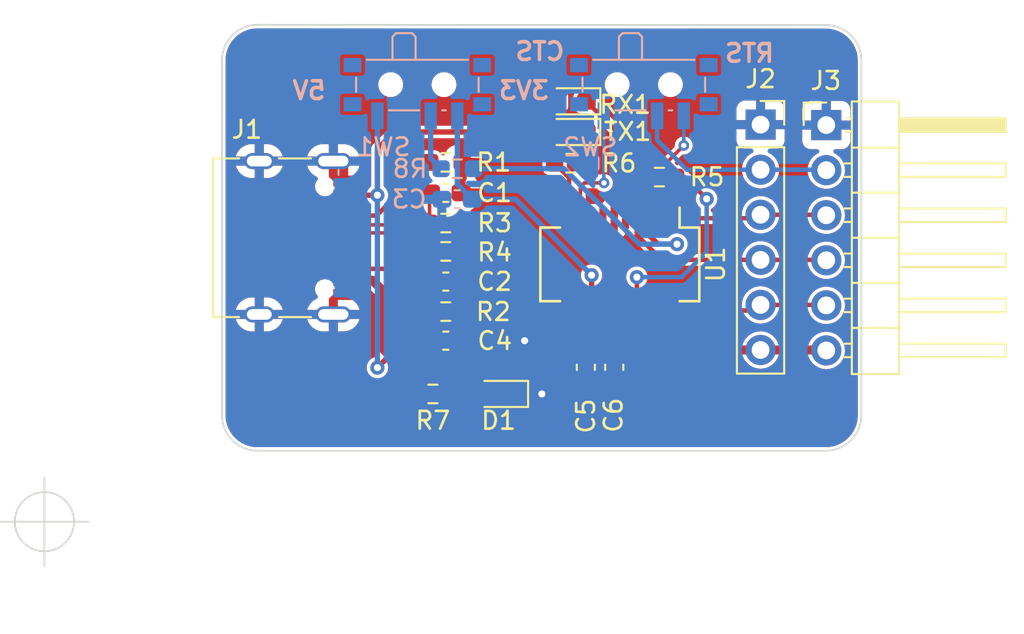
<source format=kicad_pcb>
(kicad_pcb (version 20211014) (generator pcbnew)
  (layers (0 "F.Cu" signal) (31 "B.Cu" signal) (34 "B.Paste" user) (35 "F.Paste" user) (36 "B.SilkS" user "B.Silkscreen") (37 "F.SilkS" user "F.Silkscreen") (38 "B.Mask" user) (39 "F.Mask" user) (44 "Edge.Cuts" user))
  (net 0 "")
  (net 1 "D-")
  (net 2 "GND")
  (net 3 "D+")
  (net 4 "+3V3")
  (net 5 "+5V")
  (net 6 "Net-(D1-Pad2)")
  (net 7 "Net-(J1-PadA5)")
  (net 9 "Net-(J1-PadB5)")
  (net 11 "/PINSEL")
  (net 12 "/~{DTR}")
  (net 13 "/TX")
  (net 14 "/RX")
  (net 15 "Net-(R5-Pad1)")
  (net 16 "Net-(R5-Pad2)")
  (net 17 "Net-(R6-Pad1)")
  (net 18 "Net-(R6-Pad2)")
  (net 19 "IOLEVEL")
  (net 20 "/~{RTS}")
  (net 21 "/~{CTS}")
  (net 27 "/USBD-")
  (net 28 "/USBD+")
  (net 29 "Net-(R8-Pad1)")
  (footprint "Resistor_SMD:R_0603_1608Metric_Pad0.98x0.95mm_HandSolder" (layer "F.Cu") (at 132.6125 109.75)
    (fp_text reference "R1" (at 2.6875 0) (layer "F.SilkS"))
    (fp_text value "5.1k")
    (fp_line (start -0.254724 0.5225) (end 0.254724 0.5225) (layer "F.SilkS") (width 0.12))
    (fp_line (start -0.254724 -0.5225) (end 0.254724 -0.5225) (layer "F.SilkS") (width 0.12))
    (pad "1" smd roundrect (at -0.9125 0) (size 0.975 0.95) (layers "F.Cu" "F.Paste" "F.Mask") (net 7 "Net-(J1-PadA5)"))
    (pad "2" smd roundrect (at 0.9125 0) (size 0.975 0.95) (layers "F.Cu" "F.Paste" "F.Mask") (net 2 "GND"))
  )
  (footprint "Capacitor_SMD:C_0603_1608Metric_Pad1.08x0.95mm_HandSolder" (layer "F.Cu") (at 140.4875 121.3 -90)
    (fp_text reference "C5" (at 2.75 0 90) (layer "F.SilkS"))
    (fp_text value "100nF")
    (fp_line (start -0.146267 -0.51) (end 0.146267 -0.51) (layer "F.SilkS") (width 0.12))
    (fp_line (start -0.146267 0.51) (end 0.146267 0.51) (layer "F.SilkS") (width 0.12))
    (pad "1" smd roundrect (at -0.8625 0 270) (size 1.075 0.95) (layers "F.Cu" "F.Paste" "F.Mask") (net 5 "+5V"))
    (pad "2" smd roundrect (at 0.8625 0 270) (size 1.075 0.95) (layers "F.Cu" "F.Paste" "F.Mask") (net 2 "GND"))
  )
  (footprint "Resistor_SMD:R_0603_1608Metric_Pad0.98x0.95mm_HandSolder" (layer "F.Cu") (at 139.64 109.8)
    (fp_text reference "R6" (at 2.71 0) (layer "F.SilkS"))
    (fp_text value "1k")
    (fp_line (start -0.254724 -0.5225) (end 0.254724 -0.5225) (layer "F.SilkS") (width 0.12))
    (fp_line (start -0.254724 0.5225) (end 0.254724 0.5225) (layer "F.SilkS") (width 0.12))
    (pad "1" smd roundrect (at -0.9125 0) (size 0.975 0.95) (layers "F.Cu" "F.Paste" "F.Mask") (net 17 "Net-(R6-Pad1)"))
    (pad "2" smd roundrect (at 0.9125 0) (size 0.975 0.95) (layers "F.Cu" "F.Paste" "F.Mask") (net 18 "Net-(R6-Pad2)"))
  )
  (footprint "Connector_PinHeader_2.54mm:PinHeader_1x06_P2.54mm_Horizontal" (layer "F.Cu") (at 154.025 107.65)
    (fp_text reference "J3" (at -0.025 -2.5) (layer "F.SilkS"))
    (fp_text value "Conn_01x06_Male")
    (fp_line (start 4.1 9.78) (end 10.1 9.78) (layer "F.SilkS") (width 0.12))
    (fp_line (start 4.1 -1.33) (end 1.44 -1.33) (layer "F.SilkS") (width 0.12))
    (fp_line (start 10.1 2.92) (end 4.1 2.92) (layer "F.SilkS") (width 0.12))
    (fp_line (start 1.44 -1.33) (end 1.44 14.03) (layer "F.SilkS") (width 0.12))
    (fp_line (start 1.042929 8) (end 1.44 8) (layer "F.SilkS") (width 0.12))
    (fp_line (start 1.11 -0.38) (end 1.44 -0.38) (layer "F.SilkS") (width 0.12))
    (fp_line (start -1.27 -1.27) (end 0 -1.27) (layer "F.SilkS") (width 0.12))
    (fp_line (start 1.042929 12.32) (end 1.44 12.32) (layer "F.SilkS") (width 0.12))
    (fp_line (start 4.1 0.04) (end 10.1 0.04) (layer "F.SilkS") (width 0.12))
    (fp_line (start 1.042929 2.92) (end 1.44 2.92) (layer "F.SilkS") (width 0.12))
    (fp_line (start -1.27 0) (end -1.27 -1.27) (layer "F.SilkS") (width 0.12))
    (fp_line (start 4.1 12.32) (end 10.1 12.32) (layer "F.SilkS") (width 0.12))
    (fp_line (start 10.1 9.78) (end 10.1 10.54) (layer "F.SilkS") (width 0.12))
    (fp_line (start 1.042929 7.24) (end 1.44 7.24) (layer "F.SilkS") (width 0.12))
    (fp_line (start 1.44 8.89) (end 4.1 8.89) (layer "F.SilkS") (width 0.12))
    (fp_line (start 4.1 -0.32) (end 10.1 -0.32) (layer "F.SilkS") (width 0.12))
    (fp_line (start 1.11 0.38) (end 1.44 0.38) (layer "F.SilkS") (width 0.12))
    (fp_line (start 4.1 4.7) (end 10.1 4.7) (layer "F.SilkS") (width 0.12))
    (fp_line (start 4.1 0.28) (end 10.1 0.28) (layer "F.SilkS") (width 0.12))
    (fp_line (start 1.042929 2.16) (end 1.44 2.16) (layer "F.SilkS") (width 0.12))
    (fp_line (start 10.1 5.46) (end 4.1 5.46) (layer "F.SilkS") (width 0.12))
    (fp_line (start 1.44 3.81) (end 4.1 3.81) (layer "F.SilkS") (width 0.12))
    (fp_line (start 10.1 7.24) (end 10.1 8) (layer "F.SilkS") (width 0.12))
    (fp_line (start 1.042929 10.54) (end 1.44 10.54) (layer "F.SilkS") (width 0.12))
    (fp_line (start 1.44 6.35) (end 4.1 6.35) (layer "F.SilkS") (width 0.12))
    (fp_line (start 4.1 -0.2) (end 10.1 -0.2) (layer "F.SilkS") (width 0.12))
    (fp_line (start 10.1 4.7) (end 10.1 5.46) (layer "F.SilkS") (width 0.12))
    (fp_line (start 10.1 13.08) (end 4.1 13.08) (layer "F.SilkS") (width 0.12))
    (fp_line (start 4.1 -0.08) (end 10.1 -0.08) (layer "F.SilkS") (width 0.12))
    (fp_line (start 4.1 0.16) (end 10.1 0.16) (layer "F.SilkS") (width 0.12))
    (fp_line (start 1.042929 4.7) (end 1.44 4.7) (layer "F.SilkS") (width 0.12))
    (fp_line (start 4.1 -0.38) (end 10.1 -0.38) (layer "F.SilkS") (width 0.12))
    (fp_line (start 1.042929 5.46) (end 1.44 5.46) (layer "F.SilkS") (width 0.12))
    (fp_line (start 1.042929 9.78) (end 1.44 9.78) (layer "F.SilkS") (width 0.12))
    (fp_line (start 4.1 7.24) (end 10.1 7.24) (layer "F.SilkS") (width 0.12))
    (fp_line (start 10.1 0.38) (end 4.1 0.38) (layer "F.SilkS") (width 0.12))
    (fp_line (start 10.1 10.54) (end 4.1 10.54) (layer "F.SilkS") (width 0.12))
    (fp_line (start 1.44 1.27) (end 4.1 1.27) (layer "F.SilkS") (width 0.12))
    (fp_line (start 10.1 2.16) (end 10.1 2.92) (layer "F.SilkS") (width 0.12))
    (fp_line (start 10.1 -0.38) (end 10.1 0.38) (layer "F.SilkS") (width 0.12))
    (fp_line (start 4.1 2.16) (end 10.1 2.16) (layer "F.SilkS") (width 0.12))
    (fp_line (start 10.1 12.32) (end 10.1 13.08) (layer "F.SilkS") (width 0.12))
    (fp_line (start 1.44 14.03) (end 4.1 14.03) (layer "F.SilkS") (width 0.12))
    (fp_line (start 1.042929 13.08) (end 1.44 13.08) (layer "F.SilkS") (width 0.12))
    (fp_line (start 10.1 8) (end 4.1 8) (layer "F.SilkS") (width 0.12))
    (fp_line (start 1.44 11.43) (end 4.1 11.43) (layer "F.SilkS") (width 0.12))
    (fp_line (start 4.1 14.03) (end 4.1 -1.33) (layer "F.SilkS") (width 0.12))
    (pad "1" thru_hole rect (at 0 0) (size 1.7 1.7) (drill 1) (layers *.Cu *.Mask) (net 2 "GND"))
    (pad "2" thru_hole oval (at 0 2.54) (size 1.7 1.7) (drill 1) (layers *.Cu *.Mask) (net 11 "/PINSEL"))
    (pad "3" thru_hole oval (at 0 5.08) (size 1.7 1.7) (drill 1) (layers *.Cu *.Mask) (net 12 "/~{DTR}"))
    (pad "4" thru_hole oval (at 0 7.62) (size 1.7 1.7) (drill 1) (layers *.Cu *.Mask) (net 14 "/RX"))
    (pad "5" thru_hole oval (at 0 10.16) (size 1.7 1.7) (drill 1) (layers *.Cu *.Mask) (net 13 "/TX"))
    (pad "6" thru_hole oval (at 0 12.7) (size 1.7 1.7) (drill 1) (layers *.Cu *.Mask) (net 5 "+5V"))
  )
  (footprint "LED_SMD:LED_0603_1608Metric_Pad1.05x0.95mm_HandSolder" (layer "F.Cu") (at 135.575 122.8 180)
    (fp_text reference "D1" (at 0 -1.5) (layer "F.SilkS"))
    (fp_text value "GREEN")
    (fp_line (start -1.66 0.735) (end 0.8 0.735) (layer "F.SilkS") (width 0.12))
    (fp_line (start 0.8 -0.735) (end -1.66 -0.735) (layer "F.SilkS") (width 0.12))
    (fp_line (start -1.66 -0.735) (end -1.66 0.735) (layer "F.SilkS") (width 0.12))
    (pad "1" smd roundrect (at -0.875 0 180) (size 1.05 0.95) (layers "F.Cu" "F.Paste" "F.Mask") (net 2 "GND"))
    (pad "2" smd roundrect (at 0.875 0 180) (size 1.05 0.95) (layers "F.Cu" "F.Paste" "F.Mask") (net 6 "Net-(D1-Pad2)"))
  )
  (footprint "Connector_PinSocket_2.54mm:PinSocket_1x06_P2.54mm_Vertical" (layer "F.Cu") (at 150.325 107.625)
    (fp_text reference "J2" (at 0 -2.575) (layer "F.SilkS"))
    (fp_text value "Conn_01x06_Female")
    (fp_line (start -1.33 14.03) (end 1.33 14.03) (layer "F.SilkS") (width 0.12))
    (fp_line (start -1.33 1.27) (end -1.33 14.03) (layer "F.SilkS") (width 0.12))
    (fp_line (start 1.33 -1.33) (end 1.33 0) (layer "F.SilkS") (width 0.12))
    (fp_line (start 1.33 1.27) (end 1.33 14.03) (layer "F.SilkS") (width 0.12))
    (fp_line (start -1.33 1.27) (end 1.33 1.27) (layer "F.SilkS") (width 0.12))
    (fp_line (start 0 -1.33) (end 1.33 -1.33) (layer "F.SilkS") (width 0.12))
    (pad "1" thru_hole rect (at 0 0) (size 1.7 1.7) (drill 1) (layers *.Cu *.Mask) (net 2 "GND"))
    (pad "2" thru_hole oval (at 0 2.54) (size 1.7 1.7) (drill 1) (layers *.Cu *.Mask) (net 11 "/PINSEL"))
    (pad "3" thru_hole oval (at 0 5.08) (size 1.7 1.7) (drill 1) (layers *.Cu *.Mask) (net 12 "/~{DTR}"))
    (pad "4" thru_hole oval (at 0 7.62) (size 1.7 1.7) (drill 1) (layers *.Cu *.Mask) (net 14 "/RX"))
    (pad "5" thru_hole oval (at 0 10.16) (size 1.7 1.7) (drill 1) (layers *.Cu *.Mask) (net 13 "/TX"))
    (pad "6" thru_hole oval (at 0 12.7) (size 1.7 1.7) (drill 1) (layers *.Cu *.Mask) (net 5 "+5V"))
  )
  (footprint "Capacitor_SMD:C_0603_1608Metric_Pad1.08x0.95mm_HandSolder" (layer "F.Cu") (at 132.6 111.47)
    (fp_text reference "C1" (at 2.75 0) (layer "F.SilkS"))
    (fp_text value "47pF")
    (fp_line (start -0.146267 0.51) (end 0.146267 0.51) (layer "F.SilkS") (width 0.12))
    (fp_line (start -0.146267 -0.51) (end 0.146267 -0.51) (layer "F.SilkS") (width 0.12))
    (pad "1" smd roundrect (at -0.8625 0) (size 1.075 0.95) (layers "F.Cu" "F.Paste" "F.Mask") (net 1 "D-"))
    (pad "2" smd roundrect (at 0.8625 0) (size 1.075 0.95) (layers "F.Cu" "F.Paste" "F.Mask") (net 2 "GND"))
  )
  (footprint "LED_SMD:LED_0603_1608Metric_Pad1.05x0.95mm_HandSolder" (layer "F.Cu") (at 139.64 108.04 180)
    (fp_text reference "TX1" (at -3.2 0.02) (layer "F.SilkS"))
    (fp_text value "RED")
    (fp_line (start -1.66 -0.735) (end -1.66 0.735) (layer "F.SilkS") (width 0.12))
    (fp_line (start -1.66 0.735) (end 0.8 0.735) (layer "F.SilkS") (width 0.12))
    (fp_line (start 0.8 -0.735) (end -1.66 -0.735) (layer "F.SilkS") (width 0.12))
    (pad "1" smd roundrect (at -0.875 0 180) (size 1.05 0.95) (layers "F.Cu" "F.Paste" "F.Mask") (net 18 "Net-(R6-Pad2)"))
    (pad "2" smd roundrect (at 0.875 0 180) (size 1.05 0.95) (layers "F.Cu" "F.Paste" "F.Mask") (net 5 "+5V"))
  )
  (footprint "Resistor_SMD:R_0603_1608Metric_Pad0.98x0.95mm_HandSolder" (layer "F.Cu") (at 131.875 122.8)
    (fp_text reference "R7" (at 0 1.5) (layer "F.SilkS"))
    (fp_text value "1k")
    (fp_line (start -0.254724 -0.5225) (end 0.254724 -0.5225) (layer "F.SilkS") (width 0.12))
    (fp_line (start -0.254724 0.5225) (end 0.254724 0.5225) (layer "F.SilkS") (width 0.12))
    (pad "1" smd roundrect (at -0.9125 0) (size 0.975 0.95) (layers "F.Cu" "F.Paste" "F.Mask") (net 5 "+5V"))
    (pad "2" smd roundrect (at 0.9125 0) (size 0.975 0.95) (layers "F.Cu" "F.Paste" "F.Mask") (net 6 "Net-(D1-Pad2)"))
  )
  (footprint "Resistor_SMD:R_0603_1608Metric_Pad0.98x0.95mm_HandSolder" (layer "F.Cu") (at 144.63 110.58 180)
    (fp_text reference "R5" (at -2.68 0) (layer "F.SilkS"))
    (fp_text value "1k")
    (fp_line (start -0.254724 0.5225) (end 0.254724 0.5225) (layer "F.SilkS") (width 0.12))
    (fp_line (start -0.254724 -0.5225) (end 0.254724 -0.5225) (layer "F.SilkS") (width 0.12))
    (pad "1" smd roundrect (at -0.9125 0 180) (size 0.975 0.95) (layers "F.Cu" "F.Paste" "F.Mask") (net 15 "Net-(R5-Pad1)"))
    (pad "2" smd roundrect (at 0.9125 0 180) (size 0.975 0.95) (layers "F.Cu" "F.Paste" "F.Mask") (net 16 "Net-(R5-Pad2)"))
  )
  (footprint "Package_SO:SSOP-20_3.9x8.7mm_P0.635mm" (layer "F.Cu") (at 142.4 115.5 -90)
    (fp_text reference "U1" (at 0 -5.4 -270) (layer "F.SilkS"))
    (fp_text value "FT231XS")
    (fp_line (start -2.075 4.475) (end 2.075 4.475) (layer "F.SilkS") (width 0.15))
    (fp_line (start -2.075 -4.475) (end 2.075 -4.475) (layer "F.SilkS") (width 0.15))
    (fp_line (start -2.075 -3.365) (end -2.075 -4.475) (layer "F.SilkS") (width 0.15))
    (fp_line (start -2.075 -3.365) (end -3.2 -3.365) (layer "F.SilkS") (width 0.15))
    (fp_line (start 2.075 4.475) (end 2.075 3.365) (layer "F.SilkS") (width 0.15))
    (fp_line (start 2.075 -4.475) (end 2.075 -3.365) (layer "F.SilkS") (width 0.15))
    (fp_line (start -2.075 4.475) (end -2.075 3.365) (layer "F.SilkS") (width 0.15))
    (pad "1" smd rect (at -2.6 -2.8575 270) (size 1.2 0.4) (layers "F.Cu" "F.Paste" "F.Mask") (net 12 "/~{DTR}"))
    (pad "2" smd rect (at -2.6 -2.2225 270) (size 1.2 0.4) (layers "F.Cu" "F.Paste" "F.Mask") (net 20 "/~{RTS}"))
    (pad "3" smd rect (at -2.6 -1.5875 270) (size 1.2 0.4) (layers "F.Cu" "F.Paste" "F.Mask") (net 19 "IOLEVEL"))
    (pad "4" smd rect (at -2.6 -0.9525 270) (size 1.2 0.4) (layers "F.Cu" "F.Paste" "F.Mask") (net 14 "/RX"))
    (pad "5" smd rect (at -2.6 -0.3175 270) (size 1.2 0.4) (layers "F.Cu" "F.Paste" "F.Mask"))
    (pad "6" smd rect (at -2.6 0.3175 270) (size 1.2 0.4) (layers "F.Cu" "F.Paste" "F.Mask") (net 2 "GND"))
    (pad "7" smd rect (at -2.6 0.9525 270) (size 1.2 0.4) (layers "F.Cu" "F.Paste" "F.Mask"))
    (pad "8" smd rect (at -2.6 1.5875 270) (size 1.2 0.4) (layers "F.Cu" "F.Paste" "F.Mask"))
    (pad "9" smd rect (at -2.6 2.2225 270) (size 1.2 0.4) (layers "F.Cu" "F.Paste" "F.Mask") (net 21 "/~{CTS}"))
    (pad "10" smd rect (at -2.6 2.8575 270) (size 1.2 0.4) (layers "F.Cu" "F.Paste" "F.Mask") (net 17 "Net-(R6-Pad1)"))
    (pad "11" smd rect (at 2.6 2.8575 270) (size 1.2 0.4) (layers "F.Cu" "F.Paste" "F.Mask") (net 28 "/USBD+"))
    (pad "12" smd rect (at 2.6 2.2225 270) (size 1.2 0.4) (layers "F.Cu" "F.Paste" "F.Mask") (net 27 "/USBD-"))
    (pad "13" smd rect (at 2.6 1.5875 270) (size 1.2 0.4) (layers "F.Cu" "F.Paste" "F.Mask") (net 4 "+3V3"))
    (pad "14" smd rect (at 2.6 0.9525 270) (size 1.2 0.4) (layers "F.Cu" "F.Paste" "F.Mask") (net 4 "+3V3"))
    (pad "15" smd rect (at 2.6 0.3175 270) (size 1.2 0.4) (layers "F.Cu" "F.Paste" "F.Mask") (net 5 "+5V"))
    (pad "16" smd rect (at 2.6 -0.3175 270) (size 1.2 0.4) (layers "F.Cu" "F.Paste" "F.Mask") (net 2 "GND"))
    (pad "17" smd rect (at 2.6 -0.9525 270) (size 1.2 0.4) (layers "F.Cu" "F.Paste" "F.Mask") (net 15 "Net-(R5-Pad1)"))
    (pad "18" smd rect (at 2.6 -1.5875 270) (size 1.2 0.4) (layers "F.Cu" "F.Paste" "F.Mask"))
    (pad "19" smd rect (at 2.6 -2.2225 270) (size 1.2 0.4) (layers "F.Cu" "F.Paste" "F.Mask"))
    (pad "20" smd rect (at 2.6 -2.8575 270) (size 1.2 0.4) (layers "F.Cu" "F.Paste" "F.Mask") (net 13 "/TX"))
  )
  (footprint "Connector_USB:USB_C_Receptacle_Palconn_UTC16-G" (layer "F.Cu") (at 124.34 114 -90)
    (fp_text reference "J1" (at -6.1 2.94 180) (layer "F.SilkS"))
    (fp_text value "USB_C_Receptacle_USB2.0")
    (fp_line (start -4.47 4.84) (end -4.47 3.38) (layer "F.SilkS") (width 0.12))
    (fp_line (start 4.47 4.84) (end 4.47 3.38) (layer "F.SilkS") (width 0.12))
    (fp_line (start 4.47 4.84) (end -4.47 4.84) (layer "F.SilkS") (width 0.12))
    (fp_line (start 4.47 -0.67) (end 4.47 1.13) (layer "F.SilkS") (width 0.12))
    (fp_line (start -4.47 -0.67) (end -4.47 1.13) (layer "F.SilkS") (width 0.12))
    (pad "" np_thru_hole circle (at 2.89 -1.45 90) (size 0.6 0.6) (drill 0.6) (layers *.Cu *.Mask))
    (pad "" np_thru_hole circle (at -2.89 -1.45 90) (size 0.6 0.6) (drill 0.6) (layers *.Cu *.Mask))
    (pad "A1" smd rect (at -3.2 -2.51 270) (size 0.6 1.16) (layers "F.Cu" "F.Paste" "F.Mask") (net 2 "GND"))
    (pad "A4" smd rect (at -2.4 -2.51 270) (size 0.6 1.16) (layers "F.Cu" "F.Paste" "F.Mask") (net 5 "+5V"))
    (pad "A5" smd rect (at -1.25 -2.51 90) (size 0.3 1.16) (layers "F.Cu" "F.Paste" "F.Mask") (net 7 "Net-(J1-PadA5)"))
    (pad "A6" smd rect (at -0.25 -2.51 90) (size 0.3 1.16) (layers "F.Cu" "F.Paste" "F.Mask") (net 3 "D+"))
    (pad "A7" smd rect (at 0.25 -2.51 90) (size 0.3 1.16) (layers "F.Cu" "F.Paste" "F.Mask") (net 1 "D-"))
    (pad "A8" smd rect (at 1.25 -2.51 90) (size 0.3 1.16) (layers "F.Cu" "F.Paste" "F.Mask"))
    (pad "A9" smd rect (at 2.4 -2.51 270) (size 0.6 1.16) (layers "F.Cu" "F.Paste" "F.Mask") (net 5 "+5V"))
    (pad "A12" smd rect (at 3.2 -2.51 270) (size 0.6 1.16) (layers "F.Cu" "F.Paste" "F.Mask") (net 2 "GND"))
    (pad "B1" smd rect (at 3.2 -2.51 270) (size 0.6 1.16) (layers "F.Cu" "F.Paste" "F.Mask") (net 2 "GND"))
    (pad "B4" smd rect (at 2.4 -2.51 270) (size 0.6 1.16) (layers "F.Cu" "F.Paste" "F.Mask") (net 5 "+5V"))
    (pad "B5" smd rect (at 1.75 -2.51 90) (size 0.3 1.16) (layers "F.Cu" "F.Paste" "F.Mask") (net 9 "Net-(J1-PadB5)"))
    (pad "B6" smd rect (at 0.75 -2.51 90) (size 0.3 1.16) (layers "F.Cu" "F.Paste" "F.Mask") (net 3 "D+"))
    (pad "B7" smd rect (at -0.75 -2.51 90) (size 0.3 1.16) (layers "F.Cu" "F.Paste" "F.Mask") (net 1 "D-"))
    (pad "B8" smd rect (at -1.75 -2.51 90) (size 0.3 1.16) (layers "F.Cu" "F.Paste" "F.Mask"))
    (pad "B9" smd rect (at -2.4 -2.51 270) (size 0.6 1.16) (layers "F.Cu" "F.Paste" "F.Mask") (net 5 "+5V"))
    (pad "B12" smd rect (at -3.2 -2.51 270) (size 0.6 1.16) (layers "F.Cu" "F.Paste" "F.Mask") (net 2 "GND"))
    (pad "S1" thru_hole oval (at 4.32 2.24) (size 1.7 0.9) (drill oval 1.4 0.6) (layers *.Cu *.Mask) (net 2 "GND"))
    (pad "S1" thru_hole oval (at -4.32 2.24) (size 1.7 0.9) (drill oval 1.4 0.6) (layers *.Cu *.Mask) (net 2 "GND"))
    (pad "S1" thru_hole oval (at -4.32 -1.93) (size 2 0.9) (drill oval 1.7 0.6) (layers *.Cu *.Mask) (net 2 "GND"))
    (pad "S1" thru_hole oval (at 4.32 -1.93) (size 2 0.9) (drill oval 1.7 0.6) (layers *.Cu *.Mask) (net 2 "GND"))
  )
  (footprint "Capacitor_SMD:C_0603_1608Metric_Pad1.08x0.95mm_HandSolder" (layer "F.Cu") (at 132.6 119.8)
    (fp_text reference "C4" (at 2.76 0.01) (layer "F.SilkS"))
    (fp_text value "10nF")
    (fp_line (start -0.146267 0.51) (end 0.146267 0.51) (layer "F.SilkS") (width 0.12))
    (fp_line (start -0.146267 -0.51) (end 0.146267 -0.51) (layer "F.SilkS") (width 0.12))
    (pad "1" smd roundrect (at -0.8625 0) (size 1.075 0.95) (layers "F.Cu" "F.Paste" "F.Mask") (net 5 "+5V"))
    (pad "2" smd roundrect (at 0.8625 0) (size 1.075 0.95) (layers "F.Cu" "F.Paste" "F.Mask") (net 2 "GND"))
  )
  (footprint "Resistor_SMD:R_0603_1608Metric_Pad0.98x0.95mm_HandSolder" (layer "F.Cu") (at 132.6 118.16)
    (fp_text reference "R2" (at 2.6775 0.01) (layer "F.SilkS"))
    (fp_text value "5.1k")
    (fp_line (start -0.254724 0.5225) (end 0.254724 0.5225) (layer "F.SilkS") (width 0.12))
    (fp_line (start -0.254724 -0.5225) (end 0.254724 -0.5225) (layer "F.SilkS") (width 0.12))
    (pad "1" smd roundrect (at -0.9125 0) (size 0.975 0.95) (layers "F.Cu" "F.Paste" "F.Mask") (net 9 "Net-(J1-PadB5)"))
    (pad "2" smd roundrect (at 0.9125 0) (size 0.975 0.95) (layers "F.Cu" "F.Paste" "F.Mask") (net 2 "GND"))
  )
  (footprint "Capacitor_SMD:C_0603_1608Metric_Pad1.08x0.95mm_HandSolder" (layer "F.Cu") (at 142.0875 121.3 -90)
    (fp_text reference "C6" (at 2.7 0.05 90) (layer "F.SilkS"))
    (fp_text value "4.7uF")
    (fp_line (start -0.146267 0.51) (end 0.146267 0.51) (layer "F.SilkS") (width 0.12))
    (fp_line (start -0.146267 -0.51) (end 0.146267 -0.51) (layer "F.SilkS") (width 0.12))
    (pad "1" smd roundrect (at -0.8625 0 270) (size 1.075 0.95) (layers "F.Cu" "F.Paste" "F.Mask") (net 5 "+5V"))
    (pad "2" smd roundrect (at 0.8625 0 270) (size 1.075 0.95) (layers "F.Cu" "F.Paste" "F.Mask") (net 2 "GND"))
  )
  (footprint "Capacitor_SMD:C_0603_1608Metric_Pad1.08x0.95mm_HandSolder" (layer "F.Cu") (at 132.6 116.47)
    (fp_text reference "C2" (at 2.75 0) (layer "F.SilkS"))
    (fp_text value "47pF")
    (fp_line (start -0.146267 0.51) (end 0.146267 0.51) (layer "F.SilkS") (width 0.12))
    (fp_line (start -0.146267 -0.51) (end 0.146267 -0.51) (layer "F.SilkS") (width 0.12))
    (pad "1" smd roundrect (at -0.8625 0) (size 1.075 0.95) (layers "F.Cu" "F.Paste" "F.Mask") (net 3 "D+"))
    (pad "2" smd roundrect (at 0.8625 0) (size 1.075 0.95) (layers "F.Cu" "F.Paste" "F.Mask") (net 2 "GND"))
  )
  (footprint "Resistor_SMD:R_0603_1608Metric_Pad0.98x0.95mm_HandSolder" (layer "F.Cu") (at 132.6 114.77)
    (fp_text reference "R4" (at 2.75 0.05) (layer "F.SilkS"))
    (fp_text value "27")
    (fp_line (start -0.254724 0.5225) (end 0.254724 0.5225) (layer "F.SilkS") (width 0.12))
    (fp_line (start -0.254724 -0.5225) (end 0.254724 -0.5225) (layer "F.SilkS") (width 0.12))
    (pad "1" smd roundrect (at -0.9125 0) (size 0.975 0.95) (layers "F.Cu" "F.Paste" "F.Mask") (net 3 "D+"))
    (pad "2" smd roundrect (at 0.9125 0) (size 0.975 0.95) (layers "F.Cu" "F.Paste" "F.Mask") (net 28 "/USBD+"))
  )
  (footprint "Resistor_SMD:R_0603_1608Metric_Pad0.98x0.95mm_HandSolder" (layer "F.Cu") (at 132.6 113.17)
    (fp_text reference "R3" (at 2.75 0) (layer "F.SilkS"))
    (fp_text value "27")
    (fp_line (start -0.254724 0.5225) (end 0.254724 0.5225) (layer "F.SilkS") (width 0.12))
    (fp_line (start -0.254724 -0.5225) (end 0.254724 -0.5225) (layer "F.SilkS") (width 0.12))
    (pad "1" smd roundrect (at -0.9125 0) (size 0.975 0.95) (layers "F.Cu" "F.Paste" "F.Mask") (net 1 "D-"))
    (pad "2" smd roundrect (at 0.9125 0) (size 0.975 0.95) (layers "F.Cu" "F.Paste" "F.Mask") (net 27 "/USBD-"))
  )
  (footprint "LED_SMD:LED_0603_1608Metric_Pad1.05x0.95mm_HandSolder" (layer "F.Cu") (at 139.6425 106.31 180)
    (fp_text reference "RX1" (at -3.0575 -0.19) (layer "F.SilkS"))
    (fp_text value "GREEN")
    (fp_line (start -1.66 0.735) (end 0.8 0.735) (layer "F.SilkS") (width 0.12))
    (fp_line (start 0.8 -0.735) (end -1.66 -0.735) (layer "F.SilkS") (width 0.12))
    (fp_line (start -1.66 -0.735) (end -1.66 0.735) (layer "F.SilkS") (width 0.12))
    (pad "1" smd roundrect (at -0.875 0 180) (size 1.05 0.95) (layers "F.Cu" "F.Paste" "F.Mask") (net 16 "Net-(R5-Pad2)"))
    (pad "2" smd roundrect (at 0.875 0 180) (size 1.05 0.95) (layers "F.Cu" "F.Paste" "F.Mask") (net 5 "+5V"))
  )
  (footprint "Button_Switch_SMD:SW_SPDT_PCM12" (layer "B.Cu") (at 143.75 105.7)
    (fp_text reference "SW2" (at -3.01 3.19) (layer "B.SilkS") (effects (justify mirror)))
    (fp_text value "SW_SPDT")
    (fp_line (start -1.4 -1.73) (end -1.4 -3.02) (layer "B.SilkS") (width 0.12))
    (fp_line (start 3.45 -0.72) (end 3.45 0.07) (layer "B.SilkS") (width 0.12))
    (fp_line (start -1.2 -3.23) (end -0.3 -3.23) (layer "B.SilkS") (width 0.12))
    (fp_line (start -1.4 -3.02) (end -1.2 -3.23) (layer "B.SilkS") (width 0.12))
    (fp_line (start -0.1 -3.02) (end -0.1 -1.73) (layer "B.SilkS") (width 0.12))
    (fp_line (start -0.1 -3.02) (end -0.3 -3.23) (layer "B.SilkS") (width 0.12))
    (fp_line (start -2.85 -1.73) (end 2.85 -1.73) (layer "B.SilkS") (width 0.12))
    (fp_line (start -1.6 1.12) (end 0.1 1.12) (layer "B.SilkS") (width 0.12))
    (fp_line (start 1.4 1.12) (end 1.6 1.12) (layer "B.SilkS") (width 0.12))
    (fp_line (start -3.45 0.07) (end -3.45 -0.72) (layer "B.SilkS") (width 0.12))
    (pad "" smd rect (at -3.65 -1.43) (size 1 0.8) (layers "B.Cu" "B.Paste" "B.Mask"))
    (pad "" smd rect (at -3.65 0.78) (size 1 0.8) (layers "B.Cu" "B.Paste" "B.Mask"))
    (pad "" np_thru_hole circle (at 1.5 -0.33) (size 0.9 0.9) (drill 0.9) (layers *.Cu *.Mask))
    (pad "" smd rect (at 3.65 -1.43) (size 1 0.8) (layers "B.Cu" "B.Paste" "B.Mask"))
    (pad "" smd rect (at 3.65 0.78) (size 1 0.8) (layers "B.Cu" "B.Paste" "B.Mask"))
    (pad "" np_thru_hole circle (at -1.5 -0.33) (size 0.9 0.9) (drill 0.9) (layers *.Cu *.Mask))
    (pad "1" smd rect (at -2.25 1.43) (size 0.7 1.5) (layers "B.Cu" "B.Paste" "B.Mask") (net 21 "/~{CTS}"))
    (pad "2" smd rect (at 0.75 1.43) (size 0.7 1.5) (layers "B.Cu" "B.Paste" "B.Mask") (net 11 "/PINSEL"))
    (pad "3" smd rect (at 2.25 1.43) (size 0.7 1.5) (layers "B.Cu" "B.Paste" "B.Mask") (net 20 "/~{RTS}"))
  )
  (footprint "Capacitor_SMD:C_0603_1608Metric_Pad1.08x0.95mm_HandSolder" (layer "B.Cu") (at 133.24 111.83 180)
    (fp_text reference "C3" (at 2.7 0) (layer "B.SilkS") (effects (justify mirror)))
    (fp_text value "100nF")
    (fp_line (start -0.146267 0.51) (end 0.146267 0.51) (layer "B.SilkS") (width 0.12))
    (fp_line (start -0.146267 -0.51) (end 0.146267 -0.51) (layer "B.SilkS") (width 0.12))
    (pad "1" smd roundrect (at -0.8625 0 180) (size 1.075 0.95) (layers "B.Cu" "B.Paste" "B.Mask") (net 4 "+3V3"))
    (pad "2" smd roundrect (at 0.8625 0 180) (size 1.075 0.95) (layers "B.Cu" "B.Paste" "B.Mask") (net 2 "GND"))
  )
  (footprint "Resistor_SMD:R_0603_1608Metric_Pad0.98x0.95mm_HandSolder" (layer "B.Cu") (at 133.25 110.11)
    (fp_text reference "R8" (at -2.66 0) (layer "B.SilkS") (effects (justify mirror)))
    (fp_text value "0")
    (fp_line (start -0.254724 -0.5225) (end 0.254724 -0.5225) (layer "B.SilkS") (width 0.12))
    (fp_line (start -0.254724 0.5225) (end 0.254724 0.5225) (layer "B.SilkS") (width 0.12))
    (pad "1" smd roundrect (at -0.9125 0) (size 0.975 0.95) (layers "B.Cu" "B.Paste" "B.Mask") (net 29 "Net-(R8-Pad1)"))
    (pad "2" smd roundrect (at 0.9125 0) (size 0.975 0.95) (layers "B.Cu" "B.Paste" "B.Mask") (net 19 "IOLEVEL"))
  )
  (footprint "Button_Switch_SMD:SW_SPDT_PCM12" (layer "B.Cu") (at 131 105.7)
    (fp_text reference "SW1" (at -1.91 3.19) (layer "B.SilkS") (effects (justify mirror)))
    (fp_text value "SW_SPDT")
    (fp_line (start -3.45 0.07) (end -3.45 -0.72) (layer "B.SilkS") (width 0.12))
    (fp_line (start -0.1 -3.02) (end -0.1 -1.73) (layer "B.SilkS") (width 0.12))
    (fp_line (start -1.2 -3.23) (end -0.3 -3.23) (layer "B.SilkS") (width 0.12))
    (fp_line (start 3.45 -0.72) (end 3.45 0.07) (layer "B.SilkS") (width 0.12))
    (fp_line (start -0.1 -3.02) (end -0.3 -3.23) (layer "B.SilkS") (width 0.12))
    (fp_line (start -1.6 1.12) (end 0.1 1.12) (layer "B.SilkS") (width 0.12))
    (fp_line (start 1.4 1.12) (end 1.6 1.12) (layer "B.SilkS") (width 0.12))
    (fp_line (start -1.4 -3.02) (end -1.2 -3.23) (layer "B.SilkS") (width 0.12))
    (fp_line (start -2.85 -1.73) (end 2.85 -1.73) (layer "B.SilkS") (width 0.12))
    (fp_line (start -1.4 -1.73) (end -1.4 -3.02) (layer "B.SilkS") (width 0.12))
    (pad "" smd rect (at -3.65 0.78) (size 1 0.8) (layers "B.Cu" "B.Paste" "B.Mask"))
    (pad "" smd rect (at 3.65 -1.43) (size 1 0.8) (layers "B.Cu" "B.Paste" "B.Mask"))
    (pad "" np_thru_hole circle (at 1.5 -0.33) (size 0.9 0.9) (drill 0.9) (layers *.Cu *.Mask))
    (pad "" np_thru_hole circle (at -1.5 -0.33) (size 0.9 0.9) (drill 0.9) (layers *.Cu *.Mask))
    (pad "" smd rect (at -3.65 -1.43) (size 1 0.8) (layers "B.Cu" "B.Paste" "B.Mask"))
    (pad "" smd rect (at 3.65 0.78) (size 1 0.8) (layers "B.Cu" "B.Paste" "B.Mask"))
    (pad "1" smd rect (at -2.25 1.43) (size 0.7 1.5) (layers "B.Cu" "B.Paste" "B.Mask") (net 5 "+5V"))
    (pad "2" smd rect (at 0.75 1.43) (size 0.7 1.5) (layers "B.Cu" "B.Paste" "B.Mask") (net 29 "Net-(R8-Pad1)"))
    (pad "3" smd rect (at 2.25 1.43) (size 0.7 1.5) (layers "B.Cu" "B.Paste" "B.Mask") (net 4 "+3V3"))
  )
  (gr_arc (start 154 102.014214) (mid 155.414214 102.6) (end 156 104.014214) (layer "Edge.Cuts") (width 0.1))
  (gr_line (start 156 124) (end 156 104.014214) (layer "Edge.Cuts") (width 0.1))
  (gr_line (start 120 104) (end 120 124) (layer "Edge.Cuts") (width 0.1))
  (gr_arc (start 122 126) (mid 120.585786 125.414214) (end 120 124) (layer "Edge.Cuts") (width 0.1))
  (gr_arc (start 156 124) (mid 155.414214 125.414214) (end 154 126) (layer "Edge.Cuts") (width 0.1))
  (gr_line (start 122 126) (end 154 126) (layer "Edge.Cuts") (width 0.1))
  (gr_line (start 154 102.014214) (end 122 102) (layer "Edge.Cuts") (width 0.1))
  (gr_arc (start 120 104) (mid 120.585786 102.585786) (end 122 102) (layer "Edge.Cuts") (width 0.1))
  (gr_text "3V3" (at 137 105.7) (layer "B.SilkS") (effects (font (size 1 1) (thickness 0.2)) (justify mirror)))
  (gr_text "5V" (at 124.9 105.7) (layer "B.SilkS") (effects (font (size 1 1) (thickness 0.2)) (justify mirror)))
  (gr_text "RTS" (at 149.7 103.6) (layer "B.SilkS") (effects (font (size 1 1) (thickness 0.2)) (justify mirror)))
  (gr_text "CTS" (at 137.9 103.5) (layer "B.SilkS") (effects (font (size 1 1) (thickness 0.2)) (justify mirror)))
  (target plus (at 110 130) (size 5) (width 0.1) (layer "Edge.Cuts"))
  (segment (start 127.745001 113.275) (end 127.720001 113.25) (width 0.2) (layer "F.Cu") (net 1))
  (segment (start 131.6875 111.52) (end 131.7375 111.47) (width 0.2) (layer "F.Cu") (net 1))
  (segment (start 130.513199 113.744999) (end 130.0432 113.275) (width 0.2) (layer "F.Cu") (net 1))
  (segment (start 131.6875 113.17) (end 131.6875 111.52) (width 0.2) (layer "F.Cu") (net 1))
  (segment (start 131.6875 113.17) (end 131.112501 113.744999) (width 0.2) (layer "F.Cu") (net 1))
  (segment (start 130.0432 113.275) (end 127.745001 113.275) (width 0.2) (layer "F.Cu") (net 1))
  (segment (start 131.112501 113.744999) (end 130.513199 113.744999) (width 0.2) (layer "F.Cu") (net 1))
  (segment (start 127.720001 113.25) (end 126.85 113.25) (width 0.2) (layer "F.Cu") (net 1))
  (segment (start 133.4625 119.8) (end 137.04 119.8) (width 0.508) (layer "F.Cu") (net 2))
  (segment (start 136.45 122.8) (end 138.01 122.8) (width 0.508) (layer "F.Cu") (net 2))
  (segment (start 154 107.625) (end 154.025 107.65) (width 0.508) (layer "F.Cu") (net 2))
  (via (at 138.01 122.8) (size 0.8) (drill 0.4) (layers "F.Cu" "B.Cu") (net 2))
  (via (at 137.04 119.8) (size 0.8) (drill 0.4) (layers "F.Cu" "B.Cu") (net 2))
  (segment (start 131.6875 114.77) (end 131.6875 116.42) (width 0.2) (layer "F.Cu") (net 3))
  (segment (start 131.6875 114.77) (end 131.112501 114.195001) (width 0.2) (layer "F.Cu") (net 3))
  (segment (start 127.745001 113.725) (end 127.720001 113.75) (width 0.2) (layer "F.Cu") (net 3))
  (segment (start 127.720001 113.75) (end 126.85 113.75) (width 0.2) (layer "F.Cu") (net 3))
  (segment (start 131.112501 114.195001) (end 130.326801 114.195001) (width 0.2) (layer "F.Cu") (net 3))
  (segment (start 130.326801 114.195001) (end 129.8568 113.725) (width 0.2) (layer "F.Cu") (net 3))
  (segment (start 131.6875 116.42) (end 131.7375 116.47) (width 0.2) (layer "F.Cu") (net 3))
  (segment (start 129.8568 113.725) (end 127.745001 113.725) (width 0.2) (layer "F.Cu") (net 3))
  (segment (start 140.8125 116.1125) (end 140.81 116.11) (width 0.3) (layer "F.Cu") (net 4))
  (segment (start 140.8125 118.1) (end 140.8125 116.1125) (width 0.3) (layer "F.Cu") (net 4))
  (segment (start 141.4475 118.1) (end 140.8125 118.1) (width 0.3) (layer "F.Cu") (net 4))
  (via (at 140.81 116.11) (size 0.8) (drill 0.4) (layers "F.Cu" "B.Cu") (net 4))
  (segment (start 133.25 110.9775) (end 134.1025 111.83) (width 0.3) (layer "B.Cu") (net 4))
  (segment (start 136.53 111.83) (end 140.81 116.11) (width 0.3) (layer "B.Cu") (net 4))
  (segment (start 133.25 107.13) (end 133.25 110.9775) (width 0.3) (layer "B.Cu") (net 4))
  (segment (start 134.1025 111.83) (end 136.53 111.83) (width 0.3) (layer "B.Cu") (net 4))
  (segment (start 130.9625 121.3625) (end 130.9 121.3) (width 0.3) (layer "F.Cu") (net 5))
  (segment (start 128.75 109) (end 129.71 108.04) (width 0.3) (layer "F.Cu") (net 5))
  (segment (start 140.4875 120.4375) (end 142.0875 120.4375) (width 0.508) (layer "F.Cu") (net 5))
  (segment (start 154 120.325) (end 154.025 120.35) (width 0.508) (layer "F.Cu") (net 5))
  (segment (start 129.71 108.04) (end 138.765 108.04) (width 0.3) (layer "F.Cu") (net 5))
  (segment (start 138.765 106.3125) (end 138.7675 106.31) (width 0.3) (layer "F.Cu") (net 5))
  (segment (start 130.1 121.3) (end 130.9 121.3) (width 0.508) (layer "F.Cu") (net 5))
  (segment (start 128.75 121.32) (end 129.395 120.675) (width 0.3) (layer "F.Cu") (net 5))
  (segment (start 142.0825 118.1) (end 142.0825 120.4325) (width 0.3) (layer "F.Cu") (net 5))
  (segment (start 142.0875 120.4375) (end 142.2 120.325) (width 0.508) (layer "F.Cu") (net 5))
  (segment (start 128.47 116.4) (end 129.14 117.07) (width 0.508) (layer "F.Cu") (net 5))
  (segment (start 130.9 121.3) (end 139.625 121.3) (width 0.508) (layer "F.Cu") (net 5))
  (segment (start 129.395 120.595) (end 130.1 121.3) (width 0.508) (layer "F.Cu") (net 5))
  (segment (start 142.2 120.325) (end 150.325 120.325) (width 0.508) (layer "F.Cu") (net 5))
  (segment (start 131.7375 119.8) (end 131.7375 121.2625) (width 0.3) (layer "F.Cu") (net 5))
  (segment (start 150.325 120.325) (end 154 120.325) (width 0.508) (layer "F.Cu") (net 5))
  (segment (start 129.14 120.34) (end 129.395 120.595) (width 0.508) (layer "F.Cu") (net 5))
  (segment (start 128.75 111.6) (end 128.75 109) (width 0.3) (layer "F.Cu") (net 5))
  (segment (start 129.395 120.675) (end 129.395 120.595) (width 0.3) (layer "F.Cu") (net 5))
  (segment (start 139.625 121.3) (end 140.4875 120.4375) (width 0.508) (layer "F.Cu") (net 5))
  (segment (start 129.14 117.07) (end 129.14 120.34) (width 0.508) (layer "F.Cu") (net 5))
  (segment (start 138.765 108.04) (end 138.765 106.3125) (width 0.3) (layer "F.Cu") (net 5))
  (segment (start 126.85 111.6) (end 128.75 111.6) (width 0.3) (layer "F.Cu") (net 5))
  (segment (start 130.9625 122.8) (end 130.9625 121.3625) (width 0.3) (layer "F.Cu") (net 5))
  (segment (start 126.85 116.4) (end 128.47 116.4) (width 0.508) (layer "F.Cu") (net 5))
  (via (at 128.75 121.32) (size 0.8) (drill 0.4) (layers "F.Cu" "B.Cu") (net 5))
  (via (at 128.75 111.6) (size 0.8) (drill 0.4) (layers "F.Cu" "B.Cu") (net 5))
  (segment (start 128.75 111.6) (end 128.75 107.13) (width 0.3) (layer "B.Cu") (net 5))
  (segment (start 128.75 111.6) (end 128.75 121.32) (width 0.3) (layer "B.Cu") (net 5))
  (segment (start 132.7875 122.8) (end 134.7 122.8) (width 0.3) (layer "F.Cu") (net 6))
  (segment (start 131.7 109.75) (end 128.7 112.75) (width 0.254) (layer "F.Cu") (net 7))
  (segment (start 128.7 112.75) (end 126.85 112.75) (width 0.254) (layer "F.Cu") (net 7))
  (segment (start 129.2775 115.75) (end 126.85 115.75) (width 0.254) (layer "F.Cu") (net 9))
  (segment (start 131.6875 118.16) (end 129.2775 115.75) (width 0.254) (layer "F.Cu") (net 9))
  (segment (start 150.325 110.165) (end 154 110.165) (width 0.254) (layer "B.Cu") (net 11))
  (segment (start 154 110.165) (end 154.025 110.19) (width 0.254) (layer "B.Cu") (net 11))
  (segment (start 146.175 110.165) (end 150.325 110.165) (width 0.254) (layer "B.Cu") (net 11))
  (segment (start 144.5 108.49) (end 146.175 110.165) (width 0.254) (layer "B.Cu") (net 11))
  (segment (start 144.5 107.13) (end 144.5 108.49) (width 0.254) (layer "B.Cu") (net 11))
  (segment (start 154 112.705) (end 154.025 112.73) (width 0.254) (layer "F.Cu") (net 12))
  (segment (start 150.13 112.9) (end 150.325 112.705) (width 0.25) (layer "F.Cu") (net 12))
  (segment (start 145.2575 112.9) (end 150.13 112.9) (width 0.25) (layer "F.Cu") (net 12))
  (segment (start 150.325 112.705) (end 154 112.705) (width 0.254) (layer "F.Cu") (net 12))
  (segment (start 150.01 118.1) (end 150.325 117.785) (width 0.254) (layer "F.Cu") (net 13))
  (segment (start 154 117.785) (end 154.025 117.81) (width 0.254) (layer "F.Cu") (net 13))
  (segment (start 145.2575 118.1) (end 150.01 118.1) (width 0.254) (layer "F.Cu") (net 13))
  (segment (start 150.325 117.785) (end 154 117.785) (width 0.254) (layer "F.Cu") (net 13))
  (segment (start 143.3525 112.9) (end 143.3525 113.83958) (width 0.254) (layer "F.Cu") (net 14))
  (segment (start 144.75792 115.245) (end 150.325 115.245) (width 0.254) (layer "F.Cu") (net 14))
  (segment (start 154 115.245) (end 154.025 115.27) (width 0.254) (layer "F.Cu") (net 14))
  (segment (start 150.325 115.245) (end 154 115.245) (width 0.254) (layer "F.Cu") (net 14))
  (segment (start 143.3525 113.83958) (end 144.75792 115.245) (width 0.254) (layer "F.Cu") (net 14))
  (segment (start 143.36 118.0925) (end 143.3525 118.1) (width 0.254) (layer "F.Cu") (net 15))
  (segment (start 146.06 110.58) (end 147.29 111.81) (width 0.254) (layer "F.Cu") (net 15))
  (segment (start 143.36 116.22) (end 143.36 118.0925) (width 0.254) (layer "F.Cu") (net 15))
  (segment (start 145.5425 110.58) (end 146.06 110.58) (width 0.254) (layer "F.Cu") (net 15))
  (via (at 147.29 111.81) (size 0.8) (drill 0.4) (layers "F.Cu" "B.Cu") (net 15))
  (via (at 143.36 116.22) (size 0.8) (drill 0.4) (layers "F.Cu" "B.Cu") (net 15))
  (segment (start 145.87 116.22) (end 143.36 116.22) (width 0.254) (layer "B.Cu") (net 15))
  (segment (start 147.29 111.81) (end 147.29 114.8) (width 0.254) (layer "B.Cu") (net 15))
  (segment (start 145.87 116.22) (end 147.29 114.8) (width 0.254) (layer "B.Cu") (net 15))
  (segment (start 143.7175 109.51) (end 143.7175 110.58) (width 0.254) (layer "F.Cu") (net 16))
  (segment (start 140.5175 106.31) (end 143.7175 109.51) (width 0.254) (layer "F.Cu") (net 16))
  (segment (start 139.5425 110.615) (end 139.5425 112.9) (width 0.254) (layer "F.Cu") (net 17))
  (segment (start 138.7275 109.8) (end 139.5425 110.615) (width 0.254) (layer "F.Cu") (net 17))
  (segment (start 140.515 109.7625) (end 140.5525 109.8) (width 0.254) (layer "F.Cu") (net 18))
  (segment (start 140.515 108.04) (end 140.515 109.7625) (width 0.254) (layer "F.Cu") (net 18))
  (segment (start 143.9875 113.8) (end 144.5475 114.36) (width 0.3) (layer "F.Cu") (net 19))
  (segment (start 143.9875 112.9) (end 143.9875 113.8) (width 0.3) (layer "F.Cu") (net 19))
  (segment (start 144.5475 114.36) (end 145.62 114.36) (width 0.3) (layer "F.Cu") (net 19))
  (via (at 145.62 114.36) (size 0.8) (drill 0.4) (layers "F.Cu" "B.Cu") (net 19))
  (segment (start 134.1625 110.11) (end 139.26 110.11) (width 0.3) (layer "B.Cu") (net 19))
  (segment (start 139.26 110.11) (end 143.51 114.36) (width 0.3) (layer "B.Cu") (net 19))
  (segment (start 143.51 114.36) (end 145.62 114.36) (width 0.3) (layer "B.Cu") (net 19))
  (segment (start 144.6225 110.1775) (end 144.6225 112.9) (width 0.2) (layer "F.Cu") (net 20))
  (segment (start 146 108.8) (end 144.6225 110.1775) (width 0.2) (layer "F.Cu") (net 20))
  (via (at 146 108.8) (size 0.6) (drill 0.3) (layers "F.Cu" "B.Cu") (net 20))
  (segment (start 146 107.13) (end 146 108.8) (width 0.2) (layer "B.Cu") (net 20))
  (segment (start 140.4 110.91) (end 140.1775 111.1325) (width 0.2) (layer "F.Cu") (net 21))
  (segment (start 141.51 110.91) (end 140.4 110.91) (width 0.2) (layer "F.Cu") (net 21))
  (segment (start 140.1775 111.1325) (end 140.1775 112.9) (width 0.2) (layer "F.Cu") (net 21))
  (via (at 141.51 110.91) (size 0.6) (drill 0.3) (layers "F.Cu" "B.Cu") (net 21))
  (segment (start 141.5 110.9) (end 141.51 110.91) (width 0.2) (layer "B.Cu") (net 21))
  (segment (start 141.5 107.13) (end 141.5 110.9) (width 0.2) (layer "B.Cu") (net 21))
  (segment (start 140.1775 117.7) (end 140.085 117.6075) (width 0.2) (layer "F.Cu") (net 27))
  (segment (start 140.085 117.6075) (end 140.085 116.9568) (width 0.2) (layer "F.Cu") (net 27))
  (segment (start 140.1775 118.1) (end 140.1775 117.7) (width 0.2) (layer "F.Cu") (net 27))
  (segment (start 140.085 116.9568) (end 136.873199 113.744999) (width 0.2) (layer "F.Cu") (net 27))
  (segment (start 136.873199 113.744999) (end 134.087499 113.744999) (width 0.2) (layer "F.Cu") (net 27))
  (segment (start 134.087499 113.744999) (end 133.5125 113.17) (width 0.2) (layer "F.Cu") (net 27))
  (segment (start 134.087499 114.195001) (end 133.5125 114.77) (width 0.2) (layer "F.Cu") (net 28))
  (segment (start 139.5425 118.1) (end 139.5425 117.7) (width 0.2) (layer "F.Cu") (net 28))
  (segment (start 139.5425 117.7) (end 139.635 117.6075) (width 0.2) (layer "F.Cu") (net 28))
  (segment (start 139.635 117.6075) (end 139.635 117.1432) (width 0.2) (layer "F.Cu") (net 28))
  (segment (start 136.686801 114.195001) (end 134.087499 114.195001) (width 0.2) (layer "F.Cu") (net 28))
  (segment (start 139.635 117.1432) (end 136.686801 114.195001) (width 0.2) (layer "F.Cu") (net 28))
  (segment (start 131.75 109.5225) (end 132.3375 110.11) (width 0.3) (layer "B.Cu") (net 29))
  (segment (start 131.75 107.13) (end 131.75 109.5225) (width 0.3) (layer "B.Cu") (net 29))
  (zone (net 2) (net_name "GND") (layers F&B.Cu) (connect_pads (clearance 0.2)) (min_thickness 0.254) (fill yes (thermal_gap 0.508) (thermal_bridge_width 0.508))
    (polygon (pts (xy 156 126.01) (xy 120 126) (xy 120 102) (xy 156 102)))
  )
)
</source>
